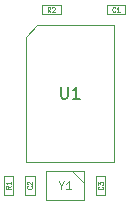
<source format=gbr>
G04 #@! TF.GenerationSoftware,KiCad,Pcbnew,(6.0.8)*
G04 #@! TF.CreationDate,2022-11-06T23:41:33+01:00*
G04 #@! TF.ProjectId,17_CAN_Controller,31375f43-414e-45f4-936f-6e74726f6c6c,rev?*
G04 #@! TF.SameCoordinates,Original*
G04 #@! TF.FileFunction,AssemblyDrawing,Top*
%FSLAX46Y46*%
G04 Gerber Fmt 4.6, Leading zero omitted, Abs format (unit mm)*
G04 Created by KiCad (PCBNEW (6.0.8)) date 2022-11-06 23:41:33*
%MOMM*%
%LPD*%
G01*
G04 APERTURE LIST*
%ADD10C,0.060000*%
%ADD11C,0.105000*%
%ADD12C,0.150000*%
%ADD13C,0.100000*%
G04 APERTURE END LIST*
D10*
X112473333Y-64220952D02*
X112340000Y-64030476D01*
X112244761Y-64220952D02*
X112244761Y-63820952D01*
X112397142Y-63820952D01*
X112435238Y-63840000D01*
X112454285Y-63859047D01*
X112473333Y-63897142D01*
X112473333Y-63954285D01*
X112454285Y-63992380D01*
X112435238Y-64011428D01*
X112397142Y-64030476D01*
X112244761Y-64030476D01*
X112625714Y-63859047D02*
X112644761Y-63840000D01*
X112682857Y-63820952D01*
X112778095Y-63820952D01*
X112816190Y-63840000D01*
X112835238Y-63859047D01*
X112854285Y-63897142D01*
X112854285Y-63935238D01*
X112835238Y-63992380D01*
X112606666Y-64220952D01*
X112854285Y-64220952D01*
X117973333Y-64182857D02*
X117954285Y-64201904D01*
X117897142Y-64220952D01*
X117859047Y-64220952D01*
X117801904Y-64201904D01*
X117763809Y-64163809D01*
X117744761Y-64125714D01*
X117725714Y-64049523D01*
X117725714Y-63992380D01*
X117744761Y-63916190D01*
X117763809Y-63878095D01*
X117801904Y-63840000D01*
X117859047Y-63820952D01*
X117897142Y-63820952D01*
X117954285Y-63840000D01*
X117973333Y-63859047D01*
X118354285Y-64220952D02*
X118125714Y-64220952D01*
X118240000Y-64220952D02*
X118240000Y-63820952D01*
X118201904Y-63878095D01*
X118163809Y-63916190D01*
X118125714Y-63935238D01*
X110882857Y-78981666D02*
X110901904Y-79000714D01*
X110920952Y-79057857D01*
X110920952Y-79095952D01*
X110901904Y-79153095D01*
X110863809Y-79191190D01*
X110825714Y-79210238D01*
X110749523Y-79229285D01*
X110692380Y-79229285D01*
X110616190Y-79210238D01*
X110578095Y-79191190D01*
X110540000Y-79153095D01*
X110520952Y-79095952D01*
X110520952Y-79057857D01*
X110540000Y-79000714D01*
X110559047Y-78981666D01*
X110559047Y-78829285D02*
X110540000Y-78810238D01*
X110520952Y-78772142D01*
X110520952Y-78676904D01*
X110540000Y-78638809D01*
X110559047Y-78619761D01*
X110597142Y-78600714D01*
X110635238Y-78600714D01*
X110692380Y-78619761D01*
X110920952Y-78848333D01*
X110920952Y-78600714D01*
X116882857Y-79006666D02*
X116901904Y-79025714D01*
X116920952Y-79082857D01*
X116920952Y-79120952D01*
X116901904Y-79178095D01*
X116863809Y-79216190D01*
X116825714Y-79235238D01*
X116749523Y-79254285D01*
X116692380Y-79254285D01*
X116616190Y-79235238D01*
X116578095Y-79216190D01*
X116540000Y-79178095D01*
X116520952Y-79120952D01*
X116520952Y-79082857D01*
X116540000Y-79025714D01*
X116559047Y-79006666D01*
X116520952Y-78873333D02*
X116520952Y-78625714D01*
X116673333Y-78759047D01*
X116673333Y-78701904D01*
X116692380Y-78663809D01*
X116711428Y-78644761D01*
X116749523Y-78625714D01*
X116844761Y-78625714D01*
X116882857Y-78644761D01*
X116901904Y-78663809D01*
X116920952Y-78701904D01*
X116920952Y-78816190D01*
X116901904Y-78854285D01*
X116882857Y-78873333D01*
X109120952Y-78981666D02*
X108930476Y-79115000D01*
X109120952Y-79210238D02*
X108720952Y-79210238D01*
X108720952Y-79057857D01*
X108740000Y-79019761D01*
X108759047Y-79000714D01*
X108797142Y-78981666D01*
X108854285Y-78981666D01*
X108892380Y-79000714D01*
X108911428Y-79019761D01*
X108930476Y-79057857D01*
X108930476Y-79210238D01*
X109120952Y-78600714D02*
X109120952Y-78829285D01*
X109120952Y-78715000D02*
X108720952Y-78715000D01*
X108778095Y-78753095D01*
X108816190Y-78791190D01*
X108835238Y-78829285D01*
D11*
X113406666Y-78923333D02*
X113406666Y-79256666D01*
X113173333Y-78556666D02*
X113406666Y-78923333D01*
X113640000Y-78556666D01*
X114240000Y-79256666D02*
X113840000Y-79256666D01*
X114040000Y-79256666D02*
X114040000Y-78556666D01*
X113973333Y-78656666D01*
X113906666Y-78723333D01*
X113840000Y-78756666D01*
D12*
X113378095Y-70572380D02*
X113378095Y-71381904D01*
X113425714Y-71477142D01*
X113473333Y-71524761D01*
X113568571Y-71572380D01*
X113759047Y-71572380D01*
X113854285Y-71524761D01*
X113901904Y-71477142D01*
X113949523Y-71381904D01*
X113949523Y-70572380D01*
X114949523Y-71572380D02*
X114378095Y-71572380D01*
X114663809Y-71572380D02*
X114663809Y-70572380D01*
X114568571Y-70715238D01*
X114473333Y-70810476D01*
X114378095Y-70858095D01*
D13*
X113340000Y-63640000D02*
X113340000Y-64440000D01*
X111740000Y-63640000D02*
X113340000Y-63640000D01*
X111740000Y-64440000D02*
X111740000Y-63640000D01*
X113340000Y-64440000D02*
X111740000Y-64440000D01*
X118840000Y-64440000D02*
X117240000Y-64440000D01*
X117240000Y-64440000D02*
X117240000Y-63640000D01*
X117240000Y-63640000D02*
X118840000Y-63640000D01*
X118840000Y-63640000D02*
X118840000Y-64440000D01*
X110340000Y-78115000D02*
X111140000Y-78115000D01*
X110340000Y-79715000D02*
X110340000Y-78115000D01*
X111140000Y-79715000D02*
X110340000Y-79715000D01*
X111140000Y-78115000D02*
X111140000Y-79715000D01*
X117140000Y-78140000D02*
X117140000Y-79740000D01*
X117140000Y-79740000D02*
X116340000Y-79740000D01*
X116340000Y-79740000D02*
X116340000Y-78140000D01*
X116340000Y-78140000D02*
X117140000Y-78140000D01*
X108527500Y-79715000D02*
X108527500Y-78115000D01*
X109352500Y-78115000D02*
X109352500Y-79715000D01*
X109352500Y-79715000D02*
X108527500Y-79715000D01*
X108527500Y-78115000D02*
X109352500Y-78115000D01*
X115340000Y-80190000D02*
X115340000Y-77690000D01*
X112140000Y-77690000D02*
X112140000Y-80190000D01*
X115340000Y-77690000D02*
X112140000Y-77690000D01*
X115340000Y-78690000D02*
X114340000Y-77690000D01*
X112140000Y-80190000D02*
X115340000Y-80190000D01*
X110390000Y-66345000D02*
X111390000Y-65345000D01*
X117890000Y-65345000D02*
X117890000Y-76895000D01*
X111390000Y-65345000D02*
X117890000Y-65345000D01*
X110390000Y-76895000D02*
X110390000Y-66345000D01*
X117890000Y-76895000D02*
X110390000Y-76895000D01*
M02*

</source>
